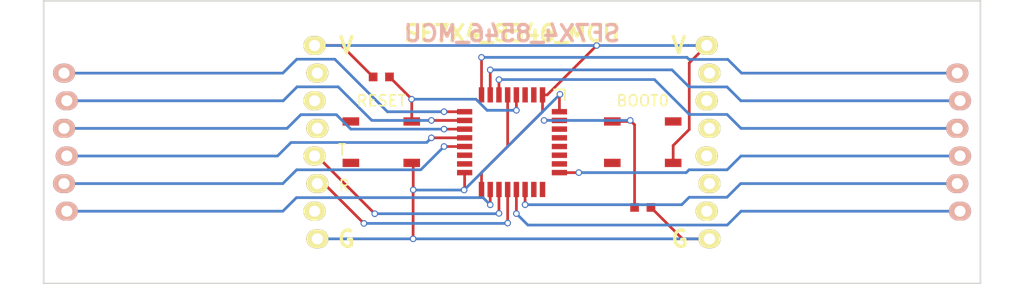
<source format=kicad_pcb>
(kicad_pcb (version 4) (host pcbnew 4.0.2+dfsg1-stable)

  (general
    (links 29)
    (no_connects 0)
    (area 81.794999 77.774999 176.205001 104.225001)
    (thickness 1.6)
    (drawings 12)
    (tracks 153)
    (zones 0)
    (modules 8)
    (nets 19)
  )

  (page A4)
  (layers
    (0 F.Cu signal)
    (31 B.Cu signal)
    (32 B.Adhes user)
    (33 F.Adhes user)
    (34 B.Paste user)
    (35 F.Paste user)
    (36 B.SilkS user)
    (37 F.SilkS user)
    (38 B.Mask user)
    (39 F.Mask user)
    (40 Dwgs.User user)
    (41 Cmts.User user)
    (42 Eco1.User user)
    (43 Eco2.User user)
    (44 Edge.Cuts user)
    (45 Margin user)
    (46 B.CrtYd user)
    (47 F.CrtYd user)
    (48 B.Fab user)
    (49 F.Fab user)
  )

  (setup
    (last_trace_width 0.25)
    (trace_clearance 0.2)
    (zone_clearance 0.508)
    (zone_45_only no)
    (trace_min 0.2)
    (segment_width 0.2)
    (edge_width 0.15)
    (via_size 0.6)
    (via_drill 0.4)
    (via_min_size 0.4)
    (via_min_drill 0.3)
    (uvia_size 0.3)
    (uvia_drill 0.1)
    (uvias_allowed no)
    (uvia_min_size 0.2)
    (uvia_min_drill 0.1)
    (pcb_text_width 0.3)
    (pcb_text_size 1.5 1.5)
    (mod_edge_width 0.15)
    (mod_text_size 1 1)
    (mod_text_width 0.15)
    (pad_size 2.032 1.7272)
    (pad_drill 1.016)
    (pad_to_mask_clearance 0.2)
    (aux_axis_origin 0 0)
    (visible_elements FFFFFF7F)
    (pcbplotparams
      (layerselection 0x00030_80000001)
      (usegerberextensions false)
      (excludeedgelayer true)
      (linewidth 0.150000)
      (plotframeref false)
      (viasonmask false)
      (mode 1)
      (useauxorigin false)
      (hpglpennumber 1)
      (hpglpenspeed 20)
      (hpglpendiameter 15)
      (hpglpenoverlay 2)
      (psnegative false)
      (psa4output false)
      (plotreference true)
      (plotvalue true)
      (plotinvisibletext false)
      (padsonsilk false)
      (subtractmaskfromsilk false)
      (outputformat 1)
      (mirror false)
      (drillshape 1)
      (scaleselection 1)
      (outputdirectory ""))
  )

  (net 0 "")
  (net 1 /gnd)
  (net 2 /vcc)
  (net 3 /reset)
  (net 4 /boot0)
  (net 5 /utx)
  (net 6 /urx)
  (net 7 /led0)
  (net 8 /led1)
  (net 9 /ledA)
  (net 10 /ledB)
  (net 11 /ledC)
  (net 12 /ledD)
  (net 13 /ledE)
  (net 14 /ledF)
  (net 15 /ledP)
  (net 16 /led2)
  (net 17 /led3)
  (net 18 /ledG)

  (net_class Default "This is the default net class."
    (clearance 0.2)
    (trace_width 0.25)
    (via_dia 0.6)
    (via_drill 0.4)
    (uvia_dia 0.3)
    (uvia_drill 0.1)
    (add_net /boot0)
    (add_net /gnd)
    (add_net /led0)
    (add_net /led1)
    (add_net /led2)
    (add_net /led3)
    (add_net /ledA)
    (add_net /ledB)
    (add_net /ledC)
    (add_net /ledD)
    (add_net /ledE)
    (add_net /ledF)
    (add_net /ledG)
    (add_net /ledP)
    (add_net /reset)
    (add_net /urx)
    (add_net /utx)
    (add_net /vcc)
  )

  (module 00_my_modules:STM32_LQFP32 (layer F.Cu) (tedit 5E9BC25D) (tstamp 5E6621B8)
    (at 129 91 270)
    (descr LQFP-32)
    (tags "smd lqfp")
    (attr smd)
    (fp_text reference LQFP32 (at 0 0 270) (layer F.Fab)
      (effects (font (size 0.8 0.8) (thickness 0.1)))
    )
    (fp_text value "" (at -1.5 -3 270) (layer F.Fab)
      (effects (font (size 0.5 0.5) (thickness 0.01)))
    )
    (fp_line (start -5.05 -5.05) (end 5.05 -5.05) (layer F.CrtYd) (width 0.01))
    (fp_line (start 5.05 -5.05) (end 5.05 5.05) (layer F.CrtYd) (width 0.01))
    (fp_line (start 5.05 5.05) (end -5.05 5.05) (layer F.CrtYd) (width 0.01))
    (fp_line (start -5.05 5.05) (end -5.05 -5.05) (layer F.CrtYd) (width 0.01))
    (fp_line (start -4.85 -4.85) (end -4.85 -3.85) (layer F.SilkS) (width 0.15))
    (fp_line (start -4.85 -4.85) (end -3.85 -4.85) (layer F.SilkS) (width 0.15))
    (fp_line (start -3.65 -3.65) (end 3.65 -3.65) (layer F.Fab) (width 0.01))
    (fp_line (start 3.65 -3.65) (end 3.65 3.65) (layer F.Fab) (width 0.01))
    (fp_line (start 3.65 3.65) (end -3.65 3.65) (layer F.Fab) (width 0.01))
    (fp_line (start -3.65 3.65) (end -3.65 -3.65) (layer F.Fab) (width 0.01))
    (pad 3.3 smd rect (at -4.35 -2.8 270) (size 1.4 0.5) (layers F.Cu F.Paste F.Mask)
      (net 2 /vcc))
    (pad PF0 smd rect (at -4.35 -2 270) (size 1.4 0.5) (layers F.Cu F.Paste F.Mask))
    (pad PF1 smd rect (at -4.35 -1.2 270) (size 1.4 0.5) (layers F.Cu F.Paste F.Mask))
    (pad RST smd rect (at -4.35 -0.4 270) (size 1.4 0.5) (layers F.Cu F.Paste F.Mask)
      (net 3 /reset))
    (pad 3.3 smd rect (at -4.35 0.4 270) (size 1.4 0.5) (layers F.Cu F.Paste F.Mask)
      (net 2 /vcc))
    (pad PA0 smd rect (at -4.35 1.2 270) (size 1.4 0.5) (layers F.Cu F.Paste F.Mask)
      (net 7 /led0))
    (pad PA1 smd rect (at -4.35 2 270) (size 1.4 0.5) (layers F.Cu F.Paste F.Mask)
      (net 18 /ledG))
    (pad PA2 smd rect (at -4.35 2.8 270) (size 1.4 0.5) (layers F.Cu F.Paste F.Mask)
      (net 14 /ledF))
    (pad PA3 smd rect (at -2.8 4.35) (size 1.4 0.5) (layers F.Cu F.Paste F.Mask)
      (net 10 /ledB))
    (pad PA4 smd rect (at -2 4.35) (size 1.4 0.5) (layers F.Cu F.Paste F.Mask)
      (net 9 /ledA))
    (pad PA5 smd rect (at -1.2 4.35) (size 1.4 0.5) (layers F.Cu F.Paste F.Mask)
      (net 16 /led2))
    (pad PA6 smd rect (at -0.4 4.35) (size 1.4 0.5) (layers F.Cu F.Paste F.Mask)
      (net 17 /led3))
    (pad PA7 smd rect (at 0.4 4.35) (size 1.4 0.5) (layers F.Cu F.Paste F.Mask)
      (net 15 /ledP))
    (pad PB0 smd rect (at 1.2 4.35) (size 1.4 0.5) (layers F.Cu F.Paste F.Mask))
    (pad PB1 smd rect (at 2 4.35) (size 1.4 0.5) (layers F.Cu F.Paste F.Mask))
    (pad GND smd rect (at 2.8 4.35) (size 1.4 0.5) (layers F.Cu F.Paste F.Mask)
      (net 1 /gnd))
    (pad PA14 smd rect (at 4.35 -2.8 270) (size 1.4 0.5) (layers F.Cu F.Paste F.Mask))
    (pad PA13 smd rect (at 4.35 -2 270) (size 1.4 0.5) (layers F.Cu F.Paste F.Mask))
    (pad PA12 smd rect (at 4.35 -1.2 270) (size 1.4 0.5) (layers F.Cu F.Paste F.Mask)
      (net 12 /ledD))
    (pad PA11 smd rect (at 4.35 -0.4 270) (size 1.4 0.5) (layers F.Cu F.Paste F.Mask)
      (net 13 /ledE))
    (pad PA10 smd rect (at 4.35 0.4 270) (size 1.4 0.5) (layers F.Cu F.Paste F.Mask)
      (net 6 /urx))
    (pad PA9 smd rect (at 4.35 1.2 270) (size 1.4 0.5) (layers F.Cu F.Paste F.Mask)
      (net 5 /utx))
    (pad PA8 smd rect (at 4.35 2 270) (size 1.4 0.5) (layers F.Cu F.Paste F.Mask)
      (net 11 /ledC))
    (pad 3.3 smd rect (at 4.35 2.8 270) (size 1.4 0.5) (layers F.Cu F.Paste F.Mask)
      (net 2 /vcc))
    (pad GND smd rect (at -2.8 -4.35) (size 1.4 0.5) (layers F.Cu F.Paste F.Mask)
      (net 1 /gnd))
    (pad BOOT smd rect (at -2 -4.35) (size 1.4 0.5) (layers F.Cu F.Paste F.Mask)
      (net 4 /boot0))
    (pad PB7 smd rect (at -1.2 -4.35) (size 1.4 0.5) (layers F.Cu F.Paste F.Mask))
    (pad PB6 smd rect (at -0.4 -4.35) (size 1.4 0.5) (layers F.Cu F.Paste F.Mask))
    (pad PB5 smd rect (at 0.4 -4.35) (size 1.4 0.5) (layers F.Cu F.Paste F.Mask))
    (pad PB4 smd rect (at 1.2 -4.35) (size 1.4 0.5) (layers F.Cu F.Paste F.Mask))
    (pad PB3 smd rect (at 2 -4.35) (size 1.4 0.5) (layers F.Cu F.Paste F.Mask))
    (pad PA15 smd rect (at 2.8 -4.35) (size 1.4 0.5) (layers F.Cu F.Paste F.Mask)
      (net 8 /led1))
  )

  (module 00_my_modules:BUTTON4_SMD (layer F.Cu) (tedit 5E662A29) (tstamp 5E662919)
    (at 141 91)
    (descr button4_smd)
    (tags "SPST button tactile switch")
    (fp_text reference BOOT0 (at 0 -3.81) (layer F.SilkS)
      (effects (font (size 1 1) (thickness 0.15)))
    )
    (fp_text value "" (at 0 3.81) (layer F.Fab)
      (effects (font (size 1 1) (thickness 0.15)))
    )
    (fp_line (start -1.54 -2.54) (end -2.54 -1.54) (layer F.Fab) (width 0.2032))
    (fp_line (start -2.54 -1.24) (end -2.54 1.27) (layer F.Fab) (width 0.2032))
    (fp_line (start -2.54 1.54) (end -1.54 2.54) (layer F.Fab) (width 0.2032))
    (fp_line (start -1.54 2.54) (end 1.54 2.54) (layer F.Fab) (width 0.2032))
    (fp_line (start 1.54 2.54) (end 2.54 1.54) (layer F.Fab) (width 0.2032))
    (fp_line (start 2.54 1.24) (end 2.54 -1.24) (layer F.Fab) (width 0.2032))
    (fp_line (start 2.54 -1.54) (end 1.54 -2.54) (layer F.Fab) (width 0.2032))
    (fp_line (start 1.54 -2.54) (end -1.54 -2.54) (layer F.Fab) (width 0.2032))
    (fp_line (start 1.905 1.27) (end 1.905 0.445) (layer F.Fab) (width 0.127))
    (fp_line (start 1.905 0.445) (end 2.16 -0.01) (layer F.Fab) (width 0.127))
    (fp_line (start 1.905 -0.23) (end 1.905 -1.115) (layer F.Fab) (width 0.127))
    (fp_circle (center 0 0) (end 0 1.27) (layer F.Fab) (width 0.2032))
    (pad 1 smd rect (at -2.794 1.905) (size 1.524 0.762) (layers F.Cu F.Paste F.Mask))
    (pad 2 smd rect (at 2.794 1.905) (size 1.524 0.762) (layers F.Cu F.Paste F.Mask)
      (net 2 /vcc))
    (pad 3 smd rect (at -2.794 -1.905) (size 1.524 0.762) (layers F.Cu F.Paste F.Mask)
      (net 4 /boot0))
    (pad 4 smd rect (at 2.794 -1.905) (size 1.524 0.762) (layers F.Cu F.Paste F.Mask))
  )

  (module 00_my_modules:BUTTON4_SMD (layer F.Cu) (tedit 5E6629E5) (tstamp 5E662940)
    (at 117 91)
    (descr button4_smd)
    (tags "SPST button tactile switch")
    (fp_text reference RESET (at 0 -3.81) (layer F.SilkS)
      (effects (font (size 1 1) (thickness 0.15)))
    )
    (fp_text value "" (at 0 3.81) (layer F.Fab)
      (effects (font (size 1 1) (thickness 0.15)))
    )
    (fp_line (start -1.54 -2.54) (end -2.54 -1.54) (layer F.Fab) (width 0.2032))
    (fp_line (start -2.54 -1.24) (end -2.54 1.27) (layer F.Fab) (width 0.2032))
    (fp_line (start -2.54 1.54) (end -1.54 2.54) (layer F.Fab) (width 0.2032))
    (fp_line (start -1.54 2.54) (end 1.54 2.54) (layer F.Fab) (width 0.2032))
    (fp_line (start 1.54 2.54) (end 2.54 1.54) (layer F.Fab) (width 0.2032))
    (fp_line (start 2.54 1.24) (end 2.54 -1.24) (layer F.Fab) (width 0.2032))
    (fp_line (start 2.54 -1.54) (end 1.54 -2.54) (layer F.Fab) (width 0.2032))
    (fp_line (start 1.54 -2.54) (end -1.54 -2.54) (layer F.Fab) (width 0.2032))
    (fp_line (start 1.905 1.27) (end 1.905 0.445) (layer F.Fab) (width 0.127))
    (fp_line (start 1.905 0.445) (end 2.16 -0.01) (layer F.Fab) (width 0.127))
    (fp_line (start 1.905 -0.23) (end 1.905 -1.115) (layer F.Fab) (width 0.127))
    (fp_circle (center 0 0) (end 0 1.27) (layer F.Fab) (width 0.2032))
    (pad 1 smd rect (at -2.794 1.905) (size 1.524 0.762) (layers F.Cu F.Paste F.Mask))
    (pad 2 smd rect (at 2.794 1.905) (size 1.524 0.762) (layers F.Cu F.Paste F.Mask)
      (net 1 /gnd))
    (pad 3 smd rect (at -2.794 -1.905) (size 1.524 0.762) (layers F.Cu F.Paste F.Mask))
    (pad 4 smd rect (at 2.794 -1.905) (size 1.524 0.762) (layers F.Cu F.Paste F.Mask)
      (net 3 /reset))
  )

  (module 00_my_modules:header1x8wiggle (layer F.Cu) (tedit 5E9BADCC) (tstamp 5E66303D)
    (at 147 91)
    (descr "Through hole pin header")
    (tags "pin header")
    (fp_text reference "" (at 0 -2.4) (layer F.SilkS)
      (effects (font (size 0.5 0.5) (thickness 0.01)))
    )
    (fp_text value "" (at 0 -3.1) (layer F.Fab)
      (effects (font (size 0.5 0.5) (thickness 0.01)))
    )
    (fp_line (start -1.75 -10.64) (end -1.75 10.64) (layer F.CrtYd) (width 0.05))
    (fp_line (start 1.75 -10.64) (end 1.75 10.64) (layer F.CrtYd) (width 0.05))
    (fp_line (start -1.75 -10.64) (end 1.75 -10.64) (layer F.CrtYd) (width 0.05))
    (fp_line (start -1.75 10.64) (end 1.75 10.64) (layer F.CrtYd) (width 0.05))
    (fp_line (start -6 -8.89) (end 6 -8.89) (layer F.CrtYd) (width 0.01))
    (fp_line (start -6 0) (end 6 0) (layer F.CrtYd) (width 0.01))
    (fp_line (start -6 8.89) (end 6 8.89) (layer F.CrtYd) (width 0.01))
    (pad 1 thru_hole oval (at -0.127 -8.89) (size 2.032 1.7272) (drill 1.016) (layers *.Cu *.Mask F.SilkS)
      (net 2 /vcc))
    (pad 2 thru_hole oval (at 0.127 -6.35) (size 2.032 1.7272) (drill 1.016) (layers *.Cu *.Mask F.SilkS))
    (pad 3 thru_hole oval (at -0.127 -3.81) (size 2.032 1.7272) (drill 1.016) (layers *.Cu *.Mask F.SilkS))
    (pad 4 thru_hole oval (at 0.127 -1.27) (size 2.032 1.7272) (drill 1.016) (layers *.Cu *.Mask F.SilkS))
    (pad 5 thru_hole oval (at -0.127 1.27) (size 2.032 1.7272) (drill 1.016) (layers *.Cu *.Mask F.SilkS))
    (pad 6 thru_hole oval (at 0.127 3.81) (size 2.032 1.7272) (drill 1.016) (layers *.Cu *.Mask F.SilkS))
    (pad 7 thru_hole oval (at -0.127 6.35) (size 2.032 1.7272) (drill 1.016) (layers *.Cu *.Mask F.SilkS))
    (pad 8 thru_hole oval (at 0.127 8.89) (size 2.032 1.7272) (drill 1.016) (layers *.Cu *.Mask F.SilkS)
      (net 1 /gnd))
  )

  (module 00_my_modules:header1x8wiggle (layer F.Cu) (tedit 5E9BADA1) (tstamp 5E663062)
    (at 111 91)
    (descr "Through hole pin header")
    (tags "pin header")
    (fp_text reference "" (at 0 -2.4) (layer F.SilkS)
      (effects (font (size 0.5 0.5) (thickness 0.01)))
    )
    (fp_text value "" (at 0 -3.1) (layer F.Fab)
      (effects (font (size 0.5 0.5) (thickness 0.01)))
    )
    (fp_line (start -1.75 -10.64) (end -1.75 10.64) (layer F.CrtYd) (width 0.05))
    (fp_line (start 1.75 -10.64) (end 1.75 10.64) (layer F.CrtYd) (width 0.05))
    (fp_line (start -1.75 -10.64) (end 1.75 -10.64) (layer F.CrtYd) (width 0.05))
    (fp_line (start -1.75 10.64) (end 1.75 10.64) (layer F.CrtYd) (width 0.05))
    (fp_line (start -6 -8.89) (end 6 -8.89) (layer F.CrtYd) (width 0.01))
    (fp_line (start -6 0) (end 6 0) (layer F.CrtYd) (width 0.01))
    (fp_line (start -6 8.89) (end 6 8.89) (layer F.CrtYd) (width 0.01))
    (pad 1 thru_hole oval (at -0.127 -8.89) (size 2.032 1.7272) (drill 1.016) (layers *.Cu *.Mask F.SilkS)
      (net 2 /vcc))
    (pad 2 thru_hole oval (at 0.127 -6.35) (size 2.032 1.7272) (drill 1.016) (layers *.Cu *.Mask F.SilkS))
    (pad 3 thru_hole oval (at -0.127 -3.81) (size 2.032 1.7272) (drill 1.016) (layers *.Cu *.Mask F.SilkS))
    (pad 4 thru_hole oval (at 0.127 -1.27) (size 2.032 1.7272) (drill 1.016) (layers *.Cu *.Mask F.SilkS))
    (pad 5 thru_hole oval (at -0.127 1.27) (size 2.032 1.7272) (drill 1.016) (layers *.Cu *.Mask F.SilkS)
      (net 5 /utx))
    (pad 6 thru_hole oval (at 0.127 3.81) (size 2.032 1.7272) (drill 1.016) (layers *.Cu *.Mask F.SilkS)
      (net 6 /urx))
    (pad 7 thru_hole oval (at -0.127 6.35) (size 2.032 1.7272) (drill 1.016) (layers *.Cu *.Mask F.SilkS))
    (pad 8 thru_hole oval (at 0.127 8.89) (size 2.032 1.7272) (drill 1.016) (layers *.Cu *.Mask F.SilkS)
      (net 1 /gnd))
  )

  (module 00_my_modules:R_0603 (layer F.Cu) (tedit 5E6622A7) (tstamp 5E66386E)
    (at 117 85)
    (descr R0603)
    (tags "resistor 0603")
    (attr smd)
    (fp_text reference R (at 0 0) (layer F.Fab)
      (effects (font (size 0.5 0.5) (thickness 0.1)))
    )
    (fp_text value "" (at 0 0) (layer F.Fab)
      (effects (font (size 0.5 0.5) (thickness 0.01)))
    )
    (fp_line (start -1.2 -0.45) (end 1.2 -0.45) (layer F.CrtYd) (width 0.01))
    (fp_line (start -1.2 0.45) (end 1.2 0.45) (layer F.CrtYd) (width 0.01))
    (fp_line (start -1.2 -0.45) (end -1.2 0.45) (layer F.CrtYd) (width 0.01))
    (fp_line (start 1.2 -0.45) (end 1.2 0.45) (layer F.CrtYd) (width 0.01))
    (pad 1 smd rect (at -0.75 0) (size 0.8 0.8) (layers F.Cu F.Paste F.Mask)
      (net 2 /vcc))
    (pad 2 smd rect (at 0.75 0) (size 0.8 0.8) (layers F.Cu F.Paste F.Mask)
      (net 3 /reset))
  )

  (module 00_my_modules:R_0603 (layer F.Cu) (tedit 5E6622B1) (tstamp 5E663881)
    (at 141 97)
    (descr R0603)
    (tags "resistor 0603")
    (attr smd)
    (fp_text reference R (at 0 0) (layer F.Fab)
      (effects (font (size 0.5 0.5) (thickness 0.1)))
    )
    (fp_text value "" (at 0 0) (layer F.Fab)
      (effects (font (size 0.5 0.5) (thickness 0.01)))
    )
    (fp_line (start -1.2 -0.45) (end 1.2 -0.45) (layer F.CrtYd) (width 0.01))
    (fp_line (start -1.2 0.45) (end 1.2 0.45) (layer F.CrtYd) (width 0.01))
    (fp_line (start -1.2 -0.45) (end -1.2 0.45) (layer F.CrtYd) (width 0.01))
    (fp_line (start 1.2 -0.45) (end 1.2 0.45) (layer F.CrtYd) (width 0.01))
    (pad 1 smd rect (at -0.75 0) (size 0.8 0.8) (layers F.Cu F.Paste F.Mask)
      (net 4 /boot0))
    (pad 2 smd rect (at 0.75 0) (size 0.8 0.8) (layers F.Cu F.Paste F.Mask)
      (net 1 /gnd))
  )

  (module 00_my_modules:SF7X4_8546_mate (layer B.Cu) (tedit 5E9BC266) (tstamp 5E9BD1DB)
    (at 129 91 180)
    (descr 7SEGX4)
    (tags 7SEGX4)
    (fp_text reference 8546 (at 0 6 180) (layer B.Fab)
      (effects (font (size 1 1) (thickness 0.15)) (justify mirror))
    )
    (fp_text value "" (at 0 4 180) (layer B.Fab)
      (effects (font (size 1 1) (thickness 0.15)) (justify mirror))
    )
    (fp_line (start -43 13) (end -43 -13) (layer B.CrtYd) (width 0.05))
    (fp_line (start 43 13) (end 43 -13) (layer B.CrtYd) (width 0.05))
    (fp_line (start -43 13) (end 43 13) (layer B.CrtYd) (width 0.05))
    (fp_line (start -43 -13) (end 43 -13) (layer B.CrtYd) (width 0.05))
    (fp_line (start -42.75 8.1) (end -42.75 -8.1) (layer B.CrtYd) (width 0.05))
    (fp_line (start -39.25 8.1) (end -39.25 -8.1) (layer B.CrtYd) (width 0.05))
    (fp_line (start -42.75 8.1) (end -39.25 8.1) (layer B.CrtYd) (width 0.05))
    (fp_line (start -42.75 -8.1) (end -39.25 -8.1) (layer B.CrtYd) (width 0.05))
    (fp_line (start -47 6.35) (end -35 6.35) (layer B.CrtYd) (width 0.01))
    (fp_line (start -47 0) (end -35 0) (layer B.CrtYd) (width 0.01))
    (fp_line (start -47 -6.35) (end -35 -6.35) (layer B.CrtYd) (width 0.01))
    (fp_line (start 39.25 8.1) (end 39.25 -8.1) (layer B.CrtYd) (width 0.05))
    (fp_line (start 42.75 8.1) (end 42.75 -8.1) (layer B.CrtYd) (width 0.05))
    (fp_line (start 39.25 8.1) (end 42.75 8.1) (layer B.CrtYd) (width 0.05))
    (fp_line (start 39.25 -8.1) (end 42.75 -8.1) (layer B.CrtYd) (width 0.05))
    (fp_line (start 35 6.35) (end 47 6.35) (layer B.CrtYd) (width 0.01))
    (fp_line (start 35 0) (end 47 0) (layer B.CrtYd) (width 0.01))
    (fp_line (start 35 -6.35) (end 47 -6.35) (layer B.CrtYd) (width 0.01))
    (pad F thru_hole oval (at -40.873 6.35 180) (size 2.032 1.7272) (drill 1.016) (layers *.Cu *.Mask B.SilkS)
      (net 14 /ledF))
    (pad G thru_hole oval (at -41.127 3.81 180) (size 2.032 1.7272) (drill 1.016) (layers *.Cu *.Mask B.SilkS)
      (net 18 /ledG))
    (pad V0 thru_hole oval (at -40.873 1.27 180) (size 2.032 1.7272) (drill 1.016) (layers *.Cu *.Mask B.SilkS)
      (net 7 /led0))
    (pad V1 thru_hole oval (at -41.127 -1.27 180) (size 2.032 1.7272) (drill 1.016) (layers *.Cu *.Mask B.SilkS)
      (net 8 /led1))
    (pad D thru_hole oval (at -40.873 -3.81 180) (size 2.032 1.7272) (drill 1.016) (layers *.Cu *.Mask B.SilkS)
      (net 12 /ledD))
    (pad E thru_hole oval (at -41.127 -6.35 180) (size 2.032 1.7272) (drill 1.016) (layers *.Cu *.Mask B.SilkS)
      (net 13 /ledE))
    (pad B thru_hole oval (at 41.127 6.35 180) (size 2.032 1.7272) (drill 1.016) (layers *.Cu *.Mask B.SilkS)
      (net 10 /ledB))
    (pad A thru_hole oval (at 40.873 3.81 180) (size 2.032 1.7272) (drill 1.016) (layers *.Cu *.Mask B.SilkS)
      (net 9 /ledA))
    (pad V2 thru_hole oval (at 41.127 1.27 180) (size 2.032 1.7272) (drill 1.016) (layers *.Cu *.Mask B.SilkS)
      (net 16 /led2))
    (pad V3 thru_hole oval (at 40.873 -1.27 180) (size 2.032 1.7272) (drill 1.016) (layers *.Cu *.Mask B.SilkS)
      (net 17 /led3))
    (pad P thru_hole oval (at 41.127 -3.81 180) (size 2.032 1.7272) (drill 1.016) (layers *.Cu *.Mask B.SilkS)
      (net 15 /ledP))
    (pad C thru_hole oval (at 40.873 -6.35 180) (size 2.032 1.7272) (drill 1.016) (layers *.Cu *.Mask B.SilkS)
      (net 11 /ledC))
  )

  (gr_line (start 86 104) (end 86 78) (angle 90) (layer Edge.Cuts) (width 0.15))
  (gr_line (start 172 104) (end 86 104) (angle 90) (layer Edge.Cuts) (width 0.15))
  (gr_line (start 172 78) (end 172 104) (angle 90) (layer Edge.Cuts) (width 0.15))
  (gr_line (start 86 78) (end 172 78) (angle 90) (layer Edge.Cuts) (width 0.15))
  (gr_text SF7X4_8546_MCU (at 129 81) (layer B.SilkS)
    (effects (font (size 1.5 1.5) (thickness 0.3)) (justify mirror))
  )
  (gr_text SF7X4_8546_MCU (at 129 81) (layer F.SilkS)
    (effects (font (size 1.5 1.5) (thickness 0.3)))
  )
  (gr_text T (at 113.4 91.7) (layer F.SilkS)
    (effects (font (size 1 1) (thickness 0.15)))
  )
  (gr_text R (at 113.6 95) (layer F.SilkS)
    (effects (font (size 1 1) (thickness 0.15)))
  )
  (gr_text V (at 113.8 82.1) (layer F.SilkS)
    (effects (font (size 1.5 1.5) (thickness 0.3)))
  )
  (gr_text G (at 113.8 99.9) (layer F.SilkS)
    (effects (font (size 1.5 1.5) (thickness 0.3)))
  )
  (gr_text G (at 144.4 99.9) (layer F.SilkS)
    (effects (font (size 1.5 1.5) (thickness 0.3)))
  )
  (gr_text V (at 144.3 82.1) (layer F.SilkS)
    (effects (font (size 1.5 1.5) (thickness 0.3)))
  )

  (segment (start 119.93 95.38) (end 119.93 93.041) (width 0.25) (layer F.Cu) (net 1))
  (segment (start 119.93 93.041) (end 119.794 92.905) (width 0.25) (layer F.Cu) (net 1) (tstamp 5E6629F8))
  (segment (start 124.6 95.4) (end 119.95 95.4) (width 0.25) (layer B.Cu) (net 1))
  (via (at 119.92 99.89) (size 0.6) (drill 0.4) (layers F.Cu B.Cu) (net 1))
  (segment (start 119.92 95.39) (end 119.92 99.89) (width 0.25) (layer F.Cu) (net 1) (tstamp 5E663A14))
  (segment (start 119.93 95.38) (end 119.92 95.39) (width 0.25) (layer F.Cu) (net 1) (tstamp 5E663A13))
  (via (at 119.93 95.38) (size 0.6) (drill 0.4) (layers F.Cu B.Cu) (net 1))
  (segment (start 119.95 95.4) (end 119.93 95.38) (width 0.25) (layer B.Cu) (net 1) (tstamp 5E663A11))
  (segment (start 147.127 99.89) (end 144.64 99.89) (width 0.25) (layer F.Cu) (net 1))
  (segment (start 144.64 99.89) (end 141.75 97) (width 0.25) (layer F.Cu) (net 1) (tstamp 5E6639FC))
  (segment (start 147.127 99.89) (end 124.6 99.89) (width 0.25) (layer B.Cu) (net 1))
  (segment (start 124.6 99.89) (end 119.92 99.89) (width 0.25) (layer B.Cu) (net 1) (tstamp 5E663A0D))
  (segment (start 119.92 99.89) (end 111.127 99.89) (width 0.25) (layer B.Cu) (net 1) (tstamp 5E663A18))
  (segment (start 133.35 88.2) (end 133.35 86.65) (width 0.25) (layer F.Cu) (net 1))
  (segment (start 124.65 95.35) (end 124.6 95.4) (width 0.25) (layer F.Cu) (net 1) (tstamp 5E662034))
  (via (at 124.6 95.4) (size 0.6) (drill 0.4) (layers F.Cu B.Cu) (net 1))
  (segment (start 124.65 95.35) (end 124.65 93.8) (width 0.25) (layer F.Cu) (net 1))
  (segment (start 133.4 86.6) (end 124.6 95.4) (width 0.25) (layer B.Cu) (net 1) (tstamp 5E662120))
  (via (at 133.4 86.6) (size 0.6) (drill 0.4) (layers F.Cu B.Cu) (net 1))
  (segment (start 133.35 86.65) (end 133.4 86.6) (width 0.25) (layer F.Cu) (net 1) (tstamp 5E66211E))
  (segment (start 143.794 92.905) (end 143.794 91.306) (width 0.25) (layer F.Cu) (net 2))
  (segment (start 145.27 83.713) (end 146.873 82.11) (width 0.25) (layer F.Cu) (net 2) (tstamp 5E9BC64C))
  (segment (start 145.27 89.83) (end 145.27 83.713) (width 0.25) (layer F.Cu) (net 2) (tstamp 5E9BC646))
  (segment (start 143.794 91.306) (end 145.27 89.83) (width 0.25) (layer F.Cu) (net 2) (tstamp 5E9BC641))
  (segment (start 131.8 86.65) (end 132.23 86.65) (width 0.25) (layer F.Cu) (net 2))
  (via (at 136.77 82.11) (size 0.6) (drill 0.4) (layers F.Cu B.Cu) (net 2))
  (segment (start 132.23 86.65) (end 136.77 82.11) (width 0.25) (layer F.Cu) (net 2) (tstamp 5E663A05))
  (segment (start 110.873 82.11) (end 113.36 82.11) (width 0.25) (layer F.Cu) (net 2))
  (segment (start 113.36 82.11) (end 116.25 85) (width 0.25) (layer F.Cu) (net 2) (tstamp 5E6639FF))
  (segment (start 146.873 82.11) (end 145.2 82.11) (width 0.25) (layer B.Cu) (net 2))
  (segment (start 145.2 82.11) (end 136.77 82.11) (width 0.25) (layer B.Cu) (net 2) (tstamp 5E662A52))
  (segment (start 136.77 82.11) (end 110.873 82.11) (width 0.25) (layer B.Cu) (net 2) (tstamp 5E663A09))
  (segment (start 128.6 86.65) (end 128.6 91.4) (width 0.25) (layer F.Cu) (net 2))
  (segment (start 131.8 86.65) (end 131.8 88.2) (width 0.25) (layer F.Cu) (net 2))
  (segment (start 126.2 93.8) (end 126.2 95.35) (width 0.25) (layer F.Cu) (net 2) (tstamp 5E662126))
  (segment (start 131.8 88.2) (end 128.6 91.4) (width 0.25) (layer F.Cu) (net 2) (tstamp 5E662124))
  (segment (start 128.6 91.4) (end 126.2 93.8) (width 0.25) (layer F.Cu) (net 2) (tstamp 5E66212B))
  (segment (start 129.4 86.65) (end 129.4 88.07) (width 0.25) (layer F.Cu) (net 3))
  (segment (start 119.78 87.05) (end 119.794 87.05) (width 0.25) (layer F.Cu) (net 3) (tstamp 5E9BC432))
  (via (at 119.78 87.05) (size 0.6) (drill 0.4) (layers F.Cu B.Cu) (net 3))
  (segment (start 125.69 87.05) (end 119.78 87.05) (width 0.25) (layer B.Cu) (net 3) (tstamp 5E9BC418))
  (segment (start 126.71 88.07) (end 125.69 87.05) (width 0.25) (layer B.Cu) (net 3) (tstamp 5E9BC416))
  (segment (start 129.4 88.07) (end 126.71 88.07) (width 0.25) (layer B.Cu) (net 3) (tstamp 5E9BC415))
  (via (at 129.4 88.07) (size 0.6) (drill 0.4) (layers F.Cu B.Cu) (net 3))
  (segment (start 119.794 89.095) (end 119.794 87.05) (width 0.25) (layer F.Cu) (net 3))
  (segment (start 119.794 87.05) (end 119.794 87.044) (width 0.25) (layer F.Cu) (net 3) (tstamp 5E9BC435))
  (segment (start 119.794 87.044) (end 117.75 85) (width 0.25) (layer F.Cu) (net 3) (tstamp 5E6639D6))
  (segment (start 140.25 97) (end 140.25 89.4) (width 0.25) (layer F.Cu) (net 4))
  (segment (start 140.25 89.4) (end 139.85 89) (width 0.25) (layer F.Cu) (net 4) (tstamp 5E662709))
  (via (at 139.85 89) (size 0.6) (drill 0.4) (layers F.Cu B.Cu) (net 4))
  (segment (start 138.206 89.095) (end 139.755 89.095) (width 0.25) (layer F.Cu) (net 4) (tstamp 5E662701))
  (segment (start 139.755 89.095) (end 139.85 89) (width 0.25) (layer F.Cu) (net 4) (tstamp 5E662700))
  (segment (start 133.35 89) (end 131.94 89) (width 0.25) (layer F.Cu) (net 4))
  (segment (start 131.94 89) (end 139.85 89) (width 0.25) (layer B.Cu) (net 4) (tstamp 5E6626CF))
  (via (at 131.94 89) (size 0.6) (drill 0.4) (layers F.Cu B.Cu) (net 4))
  (segment (start 127.8 95.35) (end 127.8 97.55) (width 0.25) (layer F.Cu) (net 5))
  (segment (start 116.4 97.58) (end 111.09 92.27) (width 0.25) (layer F.Cu) (net 5) (tstamp 5E9BC536))
  (via (at 116.4 97.58) (size 0.6) (drill 0.4) (layers F.Cu B.Cu) (net 5))
  (segment (start 127.77 97.58) (end 116.4 97.58) (width 0.25) (layer B.Cu) (net 5) (tstamp 5E9BC527))
  (segment (start 127.8 97.55) (end 127.77 97.58) (width 0.25) (layer B.Cu) (net 5) (tstamp 5E9BC526))
  (via (at 127.8 97.55) (size 0.6) (drill 0.4) (layers F.Cu B.Cu) (net 5))
  (segment (start 111.09 92.27) (end 110.873 92.27) (width 0.25) (layer F.Cu) (net 5) (tstamp 5E9BC537))
  (segment (start 111.17 92.27) (end 110.873 92.27) (width 0.25) (layer F.Cu) (net 5) (tstamp 5E9BB017))
  (segment (start 128.6 95.35) (end 128.6 98.44) (width 0.25) (layer F.Cu) (net 6))
  (segment (start 115.4 98.47) (end 111.74 94.81) (width 0.25) (layer F.Cu) (net 6) (tstamp 5E9BC552))
  (via (at 115.4 98.47) (size 0.6) (drill 0.4) (layers F.Cu B.Cu) (net 6))
  (segment (start 128.57 98.47) (end 115.4 98.47) (width 0.25) (layer B.Cu) (net 6) (tstamp 5E9BC547))
  (segment (start 128.6 98.44) (end 128.57 98.47) (width 0.25) (layer B.Cu) (net 6) (tstamp 5E9BC546))
  (via (at 128.6 98.44) (size 0.6) (drill 0.4) (layers F.Cu B.Cu) (net 6))
  (segment (start 111.74 94.81) (end 111.127 94.81) (width 0.25) (layer F.Cu) (net 6) (tstamp 5E9BC553))
  (segment (start 169.873 89.73) (end 150.02 89.73) (width 0.25) (layer B.Cu) (net 7))
  (via (at 127.8 85.25) (size 0.6) (drill 0.4) (layers F.Cu B.Cu) (net 7))
  (segment (start 127.8 85.25) (end 127.8 86.65) (width 0.25) (layer F.Cu) (net 7))
  (segment (start 127.81 85.24) (end 127.8 85.25) (width 0.25) (layer B.Cu) (net 7) (tstamp 5E9BC6C0))
  (segment (start 142.07 85.24) (end 127.81 85.24) (width 0.25) (layer B.Cu) (net 7) (tstamp 5E9BC6BA))
  (segment (start 145.28 88.45) (end 142.07 85.24) (width 0.25) (layer B.Cu) (net 7) (tstamp 5E9BC6B5))
  (segment (start 148.74 88.45) (end 145.28 88.45) (width 0.25) (layer B.Cu) (net 7) (tstamp 5E9BC6AF))
  (segment (start 150.02 89.73) (end 148.74 88.45) (width 0.25) (layer B.Cu) (net 7) (tstamp 5E9BC697))
  (segment (start 170.127 92.27) (end 150.02 92.27) (width 0.25) (layer B.Cu) (net 8))
  (via (at 135.13 93.8) (size 0.6) (drill 0.4) (layers F.Cu B.Cu) (net 8))
  (segment (start 135.13 93.8) (end 133.35 93.8) (width 0.25) (layer F.Cu) (net 8))
  (segment (start 144.99 93.8) (end 135.13 93.8) (width 0.25) (layer B.Cu) (net 8) (tstamp 5E9BC60C))
  (segment (start 145.25 93.54) (end 144.99 93.8) (width 0.25) (layer B.Cu) (net 8) (tstamp 5E9BC60A))
  (segment (start 148.75 93.54) (end 145.25 93.54) (width 0.25) (layer B.Cu) (net 8) (tstamp 5E9BC600))
  (segment (start 150.02 92.27) (end 148.75 93.54) (width 0.25) (layer B.Cu) (net 8) (tstamp 5E9BC5F6))
  (segment (start 88.127 87.19) (end 107.99 87.19) (width 0.25) (layer B.Cu) (net 9))
  (via (at 121.6 89) (size 0.6) (drill 0.4) (layers F.Cu B.Cu) (net 9))
  (segment (start 121.6 89) (end 124.65 89) (width 0.25) (layer F.Cu) (net 9))
  (segment (start 116.13 89) (end 121.6 89) (width 0.25) (layer B.Cu) (net 9) (tstamp 5E9BC47E))
  (segment (start 113.04 85.91) (end 116.13 89) (width 0.25) (layer B.Cu) (net 9) (tstamp 5E9BC476))
  (segment (start 109.27 85.91) (end 113.04 85.91) (width 0.25) (layer B.Cu) (net 9) (tstamp 5E9BC470))
  (segment (start 107.99 87.19) (end 109.27 85.91) (width 0.25) (layer B.Cu) (net 9) (tstamp 5E9BC466))
  (segment (start 87.873 84.65) (end 107.96 84.65) (width 0.25) (layer B.Cu) (net 10))
  (segment (start 117.56 88.2) (end 122.76 88.2) (width 0.25) (layer B.Cu) (net 10) (tstamp 5E9BC49B))
  (segment (start 112.73 83.37) (end 117.56 88.2) (width 0.25) (layer B.Cu) (net 10) (tstamp 5E9BC494))
  (segment (start 109.24 83.37) (end 112.73 83.37) (width 0.25) (layer B.Cu) (net 10) (tstamp 5E9BC48C))
  (segment (start 107.96 84.65) (end 109.24 83.37) (width 0.25) (layer B.Cu) (net 10) (tstamp 5E9BC486))
  (segment (start 124.65 88.2) (end 122.76 88.2) (width 0.25) (layer F.Cu) (net 10))
  (segment (start 122.76 88.2) (end 122.76 88.21) (width 0.25) (layer B.Cu) (net 10) (tstamp 5E9BC3FA))
  (via (at 122.76 88.2) (size 0.6) (drill 0.4) (layers F.Cu B.Cu) (net 10))
  (segment (start 88.127 97.35) (end 107.96 97.35) (width 0.25) (layer B.Cu) (net 11))
  (segment (start 127 96.76) (end 127 95.35) (width 0.25) (layer F.Cu) (net 11) (tstamp 5E9BC512))
  (via (at 127 96.76) (size 0.6) (drill 0.4) (layers F.Cu B.Cu) (net 11))
  (segment (start 126.34 96.1) (end 127 96.76) (width 0.25) (layer B.Cu) (net 11) (tstamp 5E9BC503))
  (segment (start 109.21 96.1) (end 126.34 96.1) (width 0.25) (layer B.Cu) (net 11) (tstamp 5E9BC4FB))
  (segment (start 107.96 97.35) (end 109.21 96.1) (width 0.25) (layer B.Cu) (net 11) (tstamp 5E9BC4F1))
  (segment (start 169.873 94.81) (end 149.99 94.81) (width 0.25) (layer B.Cu) (net 12))
  (via (at 130.2 96.75) (size 0.6) (drill 0.4) (layers F.Cu B.Cu) (net 12))
  (segment (start 130.2 96.75) (end 130.2 95.35) (width 0.25) (layer F.Cu) (net 12))
  (segment (start 144.58 96.75) (end 130.2 96.75) (width 0.25) (layer B.Cu) (net 12) (tstamp 5E9BC5EB))
  (segment (start 145.26 96.07) (end 144.58 96.75) (width 0.25) (layer B.Cu) (net 12) (tstamp 5E9BC5E6))
  (segment (start 148.73 96.07) (end 145.26 96.07) (width 0.25) (layer B.Cu) (net 12) (tstamp 5E9BC5D5))
  (segment (start 149.99 94.81) (end 148.73 96.07) (width 0.25) (layer B.Cu) (net 12) (tstamp 5E9BC5CC))
  (segment (start 170.127 97.35) (end 150.03 97.35) (width 0.25) (layer B.Cu) (net 13))
  (via (at 129.4 97.57) (size 0.6) (drill 0.4) (layers F.Cu B.Cu) (net 13))
  (segment (start 129.4 97.57) (end 129.4 95.35) (width 0.25) (layer F.Cu) (net 13))
  (segment (start 130.45 98.62) (end 129.4 97.57) (width 0.25) (layer B.Cu) (net 13) (tstamp 5E9BC5C6))
  (segment (start 148.76 98.62) (end 130.45 98.62) (width 0.25) (layer B.Cu) (net 13) (tstamp 5E9BC5B6))
  (segment (start 150.03 97.35) (end 148.76 98.62) (width 0.25) (layer B.Cu) (net 13) (tstamp 5E9BC5AE))
  (segment (start 169.873 84.65) (end 150.07 84.65) (width 0.25) (layer B.Cu) (net 14))
  (via (at 126.2 83.2) (size 0.6) (drill 0.4) (layers F.Cu B.Cu) (net 14))
  (segment (start 126.2 83.2) (end 126.2 86.65) (width 0.25) (layer F.Cu) (net 14))
  (segment (start 145.06 83.2) (end 126.2 83.2) (width 0.25) (layer B.Cu) (net 14) (tstamp 5E9BC6F5))
  (segment (start 145.25 83.39) (end 145.06 83.2) (width 0.25) (layer B.Cu) (net 14) (tstamp 5E9BC6F3))
  (segment (start 148.81 83.39) (end 145.25 83.39) (width 0.25) (layer B.Cu) (net 14) (tstamp 5E9BC6EB))
  (segment (start 150.07 84.65) (end 148.81 83.39) (width 0.25) (layer B.Cu) (net 14) (tstamp 5E9BC6E5))
  (segment (start 87.873 94.81) (end 107.96 94.81) (width 0.25) (layer B.Cu) (net 15))
  (via (at 122.76 91.4) (size 0.6) (drill 0.4) (layers F.Cu B.Cu) (net 15))
  (segment (start 122.76 91.4) (end 124.65 91.4) (width 0.25) (layer F.Cu) (net 15))
  (segment (start 120.62 93.54) (end 122.76 91.4) (width 0.25) (layer B.Cu) (net 15) (tstamp 5E9BC4BF))
  (segment (start 109.23 93.54) (end 120.62 93.54) (width 0.25) (layer B.Cu) (net 15) (tstamp 5E9BC4B6))
  (segment (start 107.96 94.81) (end 109.23 93.54) (width 0.25) (layer B.Cu) (net 15) (tstamp 5E9BC4AA))
  (segment (start 87.873 89.73) (end 108.35 89.73) (width 0.25) (layer B.Cu) (net 16))
  (segment (start 114.2 89.8) (end 122.76 89.8) (width 0.25) (layer B.Cu) (net 16) (tstamp 5E9BC45A))
  (segment (start 112.87 88.47) (end 114.2 89.8) (width 0.25) (layer B.Cu) (net 16) (tstamp 5E9BC447))
  (segment (start 109.61 88.47) (end 112.87 88.47) (width 0.25) (layer B.Cu) (net 16) (tstamp 5E9BC442))
  (segment (start 108.35 89.73) (end 109.61 88.47) (width 0.25) (layer B.Cu) (net 16) (tstamp 5E9BC43C))
  (segment (start 124.65 89.8) (end 122.76 89.8) (width 0.25) (layer F.Cu) (net 16))
  (segment (start 122.76 89.8) (end 122.76 89.81) (width 0.25) (layer B.Cu) (net 16) (tstamp 5E9BC3A4))
  (via (at 122.76 89.8) (size 0.6) (drill 0.4) (layers F.Cu B.Cu) (net 16))
  (segment (start 88.127 92.27) (end 107.47 92.27) (width 0.25) (layer B.Cu) (net 17))
  (segment (start 121.6 90.6) (end 124.65 90.6) (width 0.25) (layer F.Cu) (net 17) (tstamp 5E9BC323))
  (via (at 121.6 90.6) (size 0.6) (drill 0.4) (layers F.Cu B.Cu) (net 17))
  (segment (start 121.17 91.03) (end 121.6 90.6) (width 0.25) (layer B.Cu) (net 17) (tstamp 5E9BC319))
  (segment (start 108.71 91.03) (end 121.17 91.03) (width 0.25) (layer B.Cu) (net 17) (tstamp 5E9BC307))
  (segment (start 107.47 92.27) (end 108.71 91.03) (width 0.25) (layer B.Cu) (net 17) (tstamp 5E9BC2F7))
  (segment (start 170.127 87.19) (end 150.01 87.19) (width 0.25) (layer B.Cu) (net 18))
  (via (at 127 84.35) (size 0.6) (drill 0.4) (layers F.Cu B.Cu) (net 18))
  (segment (start 127 84.35) (end 127 86.65) (width 0.25) (layer F.Cu) (net 18))
  (segment (start 143.69 84.35) (end 127 84.35) (width 0.25) (layer B.Cu) (net 18) (tstamp 5E9BC6DD))
  (segment (start 145.26 85.92) (end 143.69 84.35) (width 0.25) (layer B.Cu) (net 18) (tstamp 5E9BC6D9))
  (segment (start 148.74 85.92) (end 145.26 85.92) (width 0.25) (layer B.Cu) (net 18) (tstamp 5E9BC6D5))
  (segment (start 150.01 87.19) (end 148.74 85.92) (width 0.25) (layer B.Cu) (net 18) (tstamp 5E9BC6CB))

)

</source>
